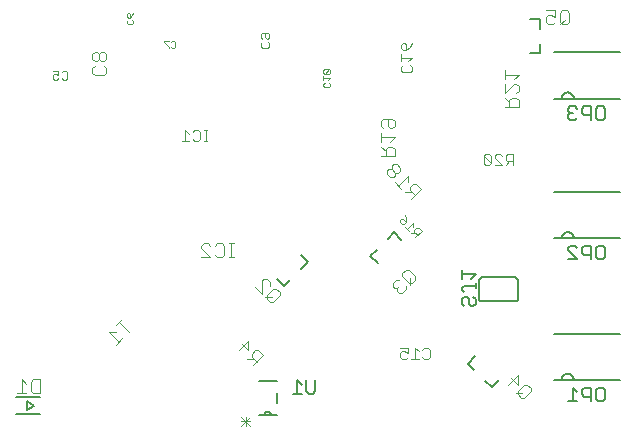
<source format=gbo>
G75*
%MOIN*%
%OFA0B0*%
%FSLAX25Y25*%
%IPPOS*%
%LPD*%
%AMOC8*
5,1,8,0,0,1.08239X$1,22.5*
%
%ADD10C,0.00600*%
%ADD11C,0.00400*%
%ADD12C,0.00200*%
%ADD13C,0.00300*%
%ADD14C,0.00500*%
D10*
X0064993Y0045399D02*
X0072867Y0045399D01*
X0070898Y0048155D02*
X0068536Y0046580D01*
X0068536Y0049730D01*
X0070898Y0048155D01*
X0072867Y0050911D02*
X0064993Y0050911D01*
X0145830Y0056355D02*
X0152030Y0056355D01*
X0152030Y0052355D02*
X0152030Y0048955D01*
X0152030Y0044955D02*
X0150130Y0044955D01*
X0147730Y0044955D01*
X0145830Y0044955D01*
X0147730Y0044955D02*
X0147732Y0045024D01*
X0147738Y0045092D01*
X0147748Y0045160D01*
X0147761Y0045227D01*
X0147779Y0045293D01*
X0147800Y0045358D01*
X0147825Y0045422D01*
X0147853Y0045484D01*
X0147885Y0045545D01*
X0147920Y0045604D01*
X0147959Y0045660D01*
X0148001Y0045715D01*
X0148046Y0045766D01*
X0148094Y0045816D01*
X0148144Y0045862D01*
X0148197Y0045905D01*
X0148253Y0045946D01*
X0148310Y0045983D01*
X0148370Y0046016D01*
X0148432Y0046047D01*
X0148495Y0046073D01*
X0148559Y0046096D01*
X0148625Y0046116D01*
X0148692Y0046131D01*
X0148759Y0046143D01*
X0148827Y0046151D01*
X0148896Y0046155D01*
X0148964Y0046155D01*
X0149033Y0046151D01*
X0149101Y0046143D01*
X0149168Y0046131D01*
X0149235Y0046116D01*
X0149301Y0046096D01*
X0149365Y0046073D01*
X0149428Y0046047D01*
X0149490Y0046016D01*
X0149550Y0045983D01*
X0149607Y0045946D01*
X0149663Y0045905D01*
X0149716Y0045862D01*
X0149766Y0045816D01*
X0149814Y0045766D01*
X0149859Y0045715D01*
X0149901Y0045660D01*
X0149940Y0045604D01*
X0149975Y0045545D01*
X0150007Y0045484D01*
X0150035Y0045422D01*
X0150060Y0045358D01*
X0150081Y0045293D01*
X0150099Y0045227D01*
X0150112Y0045160D01*
X0150122Y0045092D01*
X0150128Y0045024D01*
X0150130Y0044955D01*
X0154308Y0087982D02*
X0156437Y0090111D01*
X0154308Y0087982D02*
X0151954Y0090337D01*
X0160029Y0093703D02*
X0162228Y0095902D01*
X0159873Y0098256D01*
X0183131Y0097909D02*
X0185486Y0095554D01*
X0183131Y0097909D02*
X0185330Y0100108D01*
X0188922Y0103699D02*
X0191051Y0105828D01*
X0193406Y0103474D01*
X0219305Y0089905D02*
X0219305Y0083905D01*
X0219307Y0083845D01*
X0219312Y0083784D01*
X0219321Y0083725D01*
X0219334Y0083666D01*
X0219350Y0083607D01*
X0219370Y0083550D01*
X0219393Y0083495D01*
X0219420Y0083440D01*
X0219449Y0083388D01*
X0219482Y0083337D01*
X0219518Y0083288D01*
X0219556Y0083242D01*
X0219598Y0083198D01*
X0219642Y0083156D01*
X0219688Y0083118D01*
X0219737Y0083082D01*
X0219788Y0083049D01*
X0219840Y0083020D01*
X0219895Y0082993D01*
X0219950Y0082970D01*
X0220007Y0082950D01*
X0220066Y0082934D01*
X0220125Y0082921D01*
X0220184Y0082912D01*
X0220245Y0082907D01*
X0220305Y0082905D01*
X0231305Y0082905D01*
X0231365Y0082907D01*
X0231426Y0082912D01*
X0231485Y0082921D01*
X0231544Y0082934D01*
X0231603Y0082950D01*
X0231660Y0082970D01*
X0231715Y0082993D01*
X0231770Y0083020D01*
X0231822Y0083049D01*
X0231873Y0083082D01*
X0231922Y0083118D01*
X0231968Y0083156D01*
X0232012Y0083198D01*
X0232054Y0083242D01*
X0232092Y0083288D01*
X0232128Y0083337D01*
X0232161Y0083388D01*
X0232190Y0083440D01*
X0232217Y0083495D01*
X0232240Y0083550D01*
X0232260Y0083607D01*
X0232276Y0083666D01*
X0232289Y0083725D01*
X0232298Y0083784D01*
X0232303Y0083845D01*
X0232305Y0083905D01*
X0232305Y0089905D01*
X0232303Y0089965D01*
X0232298Y0090026D01*
X0232289Y0090085D01*
X0232276Y0090144D01*
X0232260Y0090203D01*
X0232240Y0090260D01*
X0232217Y0090315D01*
X0232190Y0090370D01*
X0232161Y0090422D01*
X0232128Y0090473D01*
X0232092Y0090522D01*
X0232054Y0090568D01*
X0232012Y0090612D01*
X0231968Y0090654D01*
X0231922Y0090692D01*
X0231873Y0090728D01*
X0231822Y0090761D01*
X0231770Y0090790D01*
X0231715Y0090817D01*
X0231660Y0090840D01*
X0231603Y0090860D01*
X0231544Y0090876D01*
X0231485Y0090889D01*
X0231426Y0090898D01*
X0231365Y0090903D01*
X0231305Y0090905D01*
X0220305Y0090905D01*
X0220245Y0090903D01*
X0220184Y0090898D01*
X0220125Y0090889D01*
X0220066Y0090876D01*
X0220007Y0090860D01*
X0219950Y0090840D01*
X0219895Y0090817D01*
X0219840Y0090790D01*
X0219788Y0090761D01*
X0219737Y0090728D01*
X0219688Y0090692D01*
X0219642Y0090654D01*
X0219598Y0090612D01*
X0219556Y0090568D01*
X0219518Y0090522D01*
X0219482Y0090473D01*
X0219449Y0090422D01*
X0219420Y0090370D01*
X0219393Y0090315D01*
X0219370Y0090260D01*
X0219350Y0090203D01*
X0219334Y0090144D01*
X0219321Y0090085D01*
X0219312Y0090026D01*
X0219307Y0089965D01*
X0219305Y0089905D01*
X0244156Y0103916D02*
X0246794Y0103916D01*
X0250908Y0103916D01*
X0266203Y0103916D01*
X0250908Y0103916D02*
X0250906Y0104006D01*
X0250900Y0104095D01*
X0250890Y0104184D01*
X0250877Y0104273D01*
X0250859Y0104361D01*
X0250838Y0104448D01*
X0250813Y0104535D01*
X0250784Y0104620D01*
X0250751Y0104703D01*
X0250715Y0104785D01*
X0250676Y0104866D01*
X0250632Y0104945D01*
X0250586Y0105021D01*
X0250536Y0105096D01*
X0250483Y0105168D01*
X0250427Y0105238D01*
X0250368Y0105306D01*
X0250306Y0105371D01*
X0250241Y0105433D01*
X0250173Y0105492D01*
X0250103Y0105548D01*
X0250031Y0105601D01*
X0249956Y0105651D01*
X0249880Y0105697D01*
X0249801Y0105741D01*
X0249720Y0105780D01*
X0249638Y0105816D01*
X0249555Y0105849D01*
X0249470Y0105878D01*
X0249383Y0105903D01*
X0249296Y0105924D01*
X0249208Y0105942D01*
X0249119Y0105955D01*
X0249030Y0105965D01*
X0248941Y0105971D01*
X0248851Y0105973D01*
X0248761Y0105971D01*
X0248672Y0105965D01*
X0248583Y0105955D01*
X0248494Y0105942D01*
X0248406Y0105924D01*
X0248319Y0105903D01*
X0248232Y0105878D01*
X0248147Y0105849D01*
X0248064Y0105816D01*
X0247982Y0105780D01*
X0247901Y0105741D01*
X0247823Y0105697D01*
X0247746Y0105651D01*
X0247671Y0105601D01*
X0247599Y0105548D01*
X0247529Y0105492D01*
X0247461Y0105433D01*
X0247396Y0105371D01*
X0247334Y0105306D01*
X0247275Y0105238D01*
X0247219Y0105168D01*
X0247166Y0105096D01*
X0247116Y0105021D01*
X0247070Y0104945D01*
X0247026Y0104866D01*
X0246987Y0104785D01*
X0246951Y0104703D01*
X0246918Y0104620D01*
X0246889Y0104535D01*
X0246864Y0104448D01*
X0246843Y0104361D01*
X0246825Y0104273D01*
X0246812Y0104184D01*
X0246802Y0104095D01*
X0246796Y0104006D01*
X0246794Y0103916D01*
X0244156Y0119270D02*
X0266203Y0119270D01*
X0266203Y0150478D02*
X0250908Y0150478D01*
X0246794Y0150478D01*
X0244156Y0150478D01*
X0246794Y0150478D02*
X0246796Y0150568D01*
X0246802Y0150657D01*
X0246812Y0150746D01*
X0246825Y0150835D01*
X0246843Y0150923D01*
X0246864Y0151010D01*
X0246889Y0151097D01*
X0246918Y0151182D01*
X0246951Y0151265D01*
X0246987Y0151347D01*
X0247026Y0151428D01*
X0247070Y0151507D01*
X0247116Y0151583D01*
X0247166Y0151658D01*
X0247219Y0151730D01*
X0247275Y0151800D01*
X0247334Y0151868D01*
X0247396Y0151933D01*
X0247461Y0151995D01*
X0247529Y0152054D01*
X0247599Y0152110D01*
X0247671Y0152163D01*
X0247746Y0152213D01*
X0247823Y0152259D01*
X0247901Y0152303D01*
X0247982Y0152342D01*
X0248064Y0152378D01*
X0248147Y0152411D01*
X0248232Y0152440D01*
X0248319Y0152465D01*
X0248406Y0152486D01*
X0248494Y0152504D01*
X0248583Y0152517D01*
X0248672Y0152527D01*
X0248761Y0152533D01*
X0248851Y0152535D01*
X0248941Y0152533D01*
X0249030Y0152527D01*
X0249119Y0152517D01*
X0249208Y0152504D01*
X0249296Y0152486D01*
X0249383Y0152465D01*
X0249470Y0152440D01*
X0249555Y0152411D01*
X0249638Y0152378D01*
X0249720Y0152342D01*
X0249801Y0152303D01*
X0249880Y0152259D01*
X0249956Y0152213D01*
X0250031Y0152163D01*
X0250103Y0152110D01*
X0250173Y0152054D01*
X0250241Y0151995D01*
X0250306Y0151933D01*
X0250368Y0151868D01*
X0250427Y0151800D01*
X0250483Y0151730D01*
X0250536Y0151658D01*
X0250586Y0151583D01*
X0250632Y0151507D01*
X0250676Y0151428D01*
X0250715Y0151347D01*
X0250751Y0151265D01*
X0250784Y0151182D01*
X0250813Y0151097D01*
X0250838Y0151010D01*
X0250859Y0150923D01*
X0250877Y0150835D01*
X0250890Y0150746D01*
X0250900Y0150657D01*
X0250906Y0150568D01*
X0250908Y0150478D01*
X0244156Y0165832D02*
X0266203Y0165832D01*
X0239655Y0165680D02*
X0239655Y0168691D01*
X0239655Y0165680D02*
X0236325Y0165680D01*
X0239655Y0173771D02*
X0239655Y0176880D01*
X0236325Y0176880D01*
X0244156Y0072082D02*
X0266203Y0072082D01*
X0266203Y0056728D02*
X0250908Y0056728D01*
X0246794Y0056728D01*
X0244156Y0056728D01*
X0246794Y0056728D02*
X0246796Y0056818D01*
X0246802Y0056907D01*
X0246812Y0056996D01*
X0246825Y0057085D01*
X0246843Y0057173D01*
X0246864Y0057260D01*
X0246889Y0057347D01*
X0246918Y0057432D01*
X0246951Y0057515D01*
X0246987Y0057597D01*
X0247026Y0057678D01*
X0247070Y0057757D01*
X0247116Y0057833D01*
X0247166Y0057908D01*
X0247219Y0057980D01*
X0247275Y0058050D01*
X0247334Y0058118D01*
X0247396Y0058183D01*
X0247461Y0058245D01*
X0247529Y0058304D01*
X0247599Y0058360D01*
X0247671Y0058413D01*
X0247746Y0058463D01*
X0247823Y0058509D01*
X0247901Y0058553D01*
X0247982Y0058592D01*
X0248064Y0058628D01*
X0248147Y0058661D01*
X0248232Y0058690D01*
X0248319Y0058715D01*
X0248406Y0058736D01*
X0248494Y0058754D01*
X0248583Y0058767D01*
X0248672Y0058777D01*
X0248761Y0058783D01*
X0248851Y0058785D01*
X0248941Y0058783D01*
X0249030Y0058777D01*
X0249119Y0058767D01*
X0249208Y0058754D01*
X0249296Y0058736D01*
X0249383Y0058715D01*
X0249470Y0058690D01*
X0249555Y0058661D01*
X0249638Y0058628D01*
X0249720Y0058592D01*
X0249801Y0058553D01*
X0249880Y0058509D01*
X0249956Y0058463D01*
X0250031Y0058413D01*
X0250103Y0058360D01*
X0250173Y0058304D01*
X0250241Y0058245D01*
X0250306Y0058183D01*
X0250368Y0058118D01*
X0250427Y0058050D01*
X0250483Y0057980D01*
X0250536Y0057908D01*
X0250586Y0057833D01*
X0250632Y0057757D01*
X0250676Y0057678D01*
X0250715Y0057597D01*
X0250751Y0057515D01*
X0250784Y0057432D01*
X0250813Y0057347D01*
X0250838Y0057260D01*
X0250859Y0057173D01*
X0250877Y0057085D01*
X0250890Y0056996D01*
X0250900Y0056907D01*
X0250906Y0056818D01*
X0250908Y0056728D01*
X0225906Y0056587D02*
X0223551Y0054232D01*
X0221352Y0056431D01*
X0217760Y0060022D02*
X0215631Y0062152D01*
X0217986Y0064506D01*
D11*
X0230000Y0057320D02*
X0232171Y0055150D01*
X0232171Y0058405D01*
X0228915Y0055150D01*
X0231628Y0052437D02*
X0233798Y0052437D01*
X0232171Y0052979D02*
X0232171Y0051894D01*
X0233256Y0050809D01*
X0234341Y0050809D01*
X0236511Y0052979D01*
X0236511Y0054065D01*
X0235426Y0055150D01*
X0234341Y0055150D01*
X0232171Y0052979D01*
X0194849Y0086839D02*
X0193764Y0085754D01*
X0192678Y0085754D01*
X0192136Y0086296D01*
X0192136Y0087381D01*
X0192678Y0087924D01*
X0192136Y0087381D02*
X0191051Y0087381D01*
X0190508Y0087924D01*
X0190508Y0089009D01*
X0191593Y0090094D01*
X0192678Y0090094D01*
X0193764Y0091179D02*
X0195934Y0089009D01*
X0197019Y0089009D01*
X0198104Y0090094D01*
X0198104Y0091179D01*
X0195934Y0093350D01*
X0194849Y0093350D01*
X0193764Y0092265D01*
X0193764Y0091179D01*
X0196476Y0090637D02*
X0196476Y0088466D01*
X0194849Y0087924D02*
X0194849Y0086839D01*
X0196732Y0117118D02*
X0199988Y0120374D01*
X0198360Y0122001D01*
X0197275Y0122001D01*
X0196190Y0120916D01*
X0196190Y0119831D01*
X0197817Y0118203D01*
X0196732Y0119289D02*
X0194562Y0119289D01*
X0193477Y0120374D02*
X0191306Y0122544D01*
X0192392Y0121459D02*
X0195647Y0124714D01*
X0195647Y0122544D01*
X0191306Y0124714D02*
X0191306Y0125800D01*
X0190221Y0126885D01*
X0189136Y0126885D01*
X0188594Y0126342D01*
X0188594Y0125257D01*
X0189679Y0124172D01*
X0190764Y0124172D01*
X0191306Y0124714D01*
X0191306Y0125800D02*
X0192392Y0125800D01*
X0192934Y0126342D01*
X0192934Y0127427D01*
X0191849Y0128512D01*
X0190764Y0128512D01*
X0190221Y0127970D01*
X0190221Y0126885D01*
X0191234Y0131418D02*
X0186630Y0131418D01*
X0188164Y0131418D02*
X0188164Y0133720D01*
X0188932Y0134488D01*
X0190466Y0134488D01*
X0191234Y0133720D01*
X0191234Y0131418D01*
X0188164Y0132953D02*
X0186630Y0134488D01*
X0186630Y0136022D02*
X0186630Y0139092D01*
X0186630Y0137557D02*
X0191234Y0137557D01*
X0189699Y0136022D01*
X0189699Y0140626D02*
X0188932Y0141394D01*
X0188932Y0143696D01*
X0190466Y0143696D02*
X0187397Y0143696D01*
X0186630Y0142928D01*
X0186630Y0141394D01*
X0187397Y0140626D01*
X0189699Y0140626D02*
X0190466Y0140626D01*
X0191234Y0141394D01*
X0191234Y0142928D01*
X0190466Y0143696D01*
X0227880Y0147668D02*
X0232484Y0147668D01*
X0232484Y0149970D01*
X0231716Y0150738D01*
X0230182Y0150738D01*
X0229414Y0149970D01*
X0229414Y0147668D01*
X0229414Y0149203D02*
X0227880Y0150738D01*
X0227880Y0152272D02*
X0230949Y0155342D01*
X0231716Y0155342D01*
X0232484Y0154574D01*
X0232484Y0153040D01*
X0231716Y0152272D01*
X0227880Y0152272D02*
X0227880Y0155342D01*
X0227880Y0156876D02*
X0227880Y0159946D01*
X0227880Y0158411D02*
X0232484Y0158411D01*
X0230949Y0156876D01*
X0242449Y0175230D02*
X0243983Y0175230D01*
X0244751Y0175998D01*
X0244751Y0177532D02*
X0243216Y0178299D01*
X0242449Y0178299D01*
X0241681Y0177532D01*
X0241681Y0175998D01*
X0242449Y0175230D01*
X0244751Y0177532D02*
X0244751Y0179834D01*
X0241681Y0179834D01*
X0246285Y0179067D02*
X0246285Y0175998D01*
X0247053Y0175230D01*
X0248587Y0175230D01*
X0249355Y0175998D01*
X0249355Y0179067D01*
X0248587Y0179834D01*
X0247053Y0179834D01*
X0246285Y0179067D01*
X0247820Y0176765D02*
X0246285Y0175230D01*
X0137480Y0102209D02*
X0135945Y0102209D01*
X0136712Y0102209D02*
X0136712Y0097605D01*
X0135945Y0097605D02*
X0137480Y0097605D01*
X0134410Y0098373D02*
X0134410Y0101442D01*
X0133643Y0102209D01*
X0132108Y0102209D01*
X0131341Y0101442D01*
X0129806Y0101442D02*
X0129039Y0102209D01*
X0127504Y0102209D01*
X0126737Y0101442D01*
X0126737Y0100674D01*
X0129806Y0097605D01*
X0126737Y0097605D01*
X0131341Y0098373D02*
X0132108Y0097605D01*
X0133643Y0097605D01*
X0134410Y0098373D01*
X0146906Y0089784D02*
X0147448Y0090327D01*
X0148534Y0090327D01*
X0149619Y0089242D01*
X0149619Y0088156D01*
X0150704Y0087071D02*
X0148533Y0084901D01*
X0148534Y0083816D01*
X0149619Y0082731D01*
X0150704Y0082731D01*
X0152874Y0084901D01*
X0152874Y0085986D01*
X0151789Y0087071D01*
X0150704Y0087071D01*
X0150161Y0084358D02*
X0147991Y0084358D01*
X0146906Y0085443D02*
X0144735Y0087614D01*
X0146906Y0089784D02*
X0146906Y0085443D01*
X0142474Y0069762D02*
X0142474Y0066507D01*
X0140304Y0068677D01*
X0139219Y0066507D02*
X0142474Y0069762D01*
X0144644Y0066507D02*
X0143559Y0065422D01*
X0143559Y0064337D01*
X0145187Y0062709D01*
X0144102Y0063794D02*
X0141931Y0063794D01*
X0144102Y0061624D02*
X0147357Y0064879D01*
X0145730Y0066507D01*
X0144644Y0066507D01*
X0102562Y0072677D02*
X0099306Y0075932D01*
X0100391Y0077017D02*
X0098221Y0074847D01*
X0098221Y0072677D02*
X0096051Y0072677D01*
X0099306Y0069421D01*
X0100391Y0070506D02*
X0098221Y0068336D01*
X0073060Y0056896D02*
X0073060Y0052292D01*
X0070758Y0052292D01*
X0069991Y0053060D01*
X0069991Y0056129D01*
X0070758Y0056896D01*
X0073060Y0056896D01*
X0068456Y0055361D02*
X0066922Y0056896D01*
X0066922Y0052292D01*
X0068456Y0052292D02*
X0065387Y0052292D01*
X0091147Y0158355D02*
X0090380Y0159123D01*
X0090380Y0160657D01*
X0091147Y0161424D01*
X0091147Y0162959D02*
X0091914Y0162959D01*
X0092682Y0163726D01*
X0092682Y0165261D01*
X0091914Y0166028D01*
X0091147Y0166028D01*
X0090380Y0165261D01*
X0090380Y0163726D01*
X0091147Y0162959D01*
X0092682Y0163726D02*
X0093449Y0162959D01*
X0094216Y0162959D01*
X0094984Y0163726D01*
X0094984Y0165261D01*
X0094216Y0166028D01*
X0093449Y0166028D01*
X0092682Y0165261D01*
X0094216Y0161424D02*
X0094984Y0160657D01*
X0094984Y0159123D01*
X0094216Y0158355D01*
X0091147Y0158355D01*
D12*
X0114385Y0169245D02*
X0115852Y0167777D01*
X0115852Y0167410D01*
X0116594Y0167777D02*
X0116961Y0167410D01*
X0117695Y0167410D01*
X0118062Y0167777D01*
X0118062Y0169245D01*
X0117695Y0169612D01*
X0116961Y0169612D01*
X0116594Y0169245D01*
X0115852Y0169612D02*
X0114385Y0169612D01*
X0114385Y0169245D01*
X0104137Y0175639D02*
X0103770Y0175272D01*
X0102302Y0175272D01*
X0101935Y0175639D01*
X0101935Y0176373D01*
X0102302Y0176740D01*
X0102302Y0177482D02*
X0101935Y0177849D01*
X0101935Y0178583D01*
X0102302Y0178950D01*
X0102669Y0178950D01*
X0103036Y0178583D01*
X0103036Y0177482D01*
X0102302Y0177482D01*
X0103036Y0177482D02*
X0103770Y0178216D01*
X0104137Y0178950D01*
X0103770Y0176740D02*
X0104137Y0176373D01*
X0104137Y0175639D01*
X0167474Y0159839D02*
X0167474Y0159105D01*
X0167841Y0158738D01*
X0169309Y0160206D01*
X0167841Y0160206D01*
X0167474Y0159839D01*
X0167841Y0158738D02*
X0169309Y0158738D01*
X0169676Y0159105D01*
X0169676Y0159839D01*
X0169309Y0160206D01*
X0167474Y0157996D02*
X0167474Y0156528D01*
X0167474Y0157262D02*
X0169676Y0157262D01*
X0168942Y0156528D01*
X0169309Y0155786D02*
X0169676Y0155419D01*
X0169676Y0154685D01*
X0169309Y0154318D01*
X0167841Y0154318D01*
X0167474Y0154685D01*
X0167474Y0155419D01*
X0167841Y0155786D01*
D13*
X0149451Y0167945D02*
X0148968Y0167461D01*
X0147033Y0167461D01*
X0146549Y0167945D01*
X0146549Y0168913D01*
X0147033Y0169396D01*
X0147033Y0170408D02*
X0146549Y0170892D01*
X0146549Y0171859D01*
X0147033Y0172343D01*
X0148968Y0172343D01*
X0149451Y0171859D01*
X0149451Y0170892D01*
X0148968Y0170408D01*
X0148484Y0170408D01*
X0148000Y0170892D01*
X0148000Y0172343D01*
X0148968Y0169396D02*
X0149451Y0168913D01*
X0149451Y0167945D01*
X0128780Y0140008D02*
X0127545Y0140008D01*
X0128162Y0140008D02*
X0128162Y0136305D01*
X0127545Y0136305D02*
X0128780Y0136305D01*
X0126324Y0136922D02*
X0126324Y0139391D01*
X0125707Y0140008D01*
X0124473Y0140008D01*
X0123855Y0139391D01*
X0122641Y0138774D02*
X0121407Y0140008D01*
X0121407Y0136305D01*
X0122641Y0136305D02*
X0120172Y0136305D01*
X0123855Y0136922D02*
X0124473Y0136305D01*
X0125707Y0136305D01*
X0126324Y0136922D01*
X0082092Y0157234D02*
X0081608Y0156750D01*
X0080640Y0156750D01*
X0080157Y0157234D01*
X0079145Y0157234D02*
X0078661Y0156750D01*
X0077694Y0156750D01*
X0077210Y0157234D01*
X0077210Y0158201D01*
X0077694Y0158685D01*
X0078178Y0158685D01*
X0079145Y0158201D01*
X0079145Y0159653D01*
X0077210Y0159653D01*
X0080157Y0159169D02*
X0080640Y0159653D01*
X0081608Y0159653D01*
X0082092Y0159169D01*
X0082092Y0157234D01*
X0193249Y0159797D02*
X0193866Y0159180D01*
X0196335Y0159180D01*
X0196952Y0159797D01*
X0196952Y0161032D01*
X0196335Y0161649D01*
X0195718Y0162863D02*
X0196952Y0164098D01*
X0193249Y0164098D01*
X0193249Y0165332D02*
X0193249Y0162863D01*
X0193866Y0161649D02*
X0193249Y0161032D01*
X0193249Y0159797D01*
X0193866Y0166546D02*
X0193249Y0167163D01*
X0193249Y0168398D01*
X0193866Y0169015D01*
X0194483Y0169015D01*
X0195100Y0168398D01*
X0195100Y0166546D01*
X0193866Y0166546D01*
X0195100Y0166546D02*
X0196335Y0167781D01*
X0196952Y0169015D01*
X0221437Y0132008D02*
X0220820Y0131391D01*
X0223288Y0128922D01*
X0222671Y0128305D01*
X0221437Y0128305D01*
X0220820Y0128922D01*
X0220820Y0131391D01*
X0221437Y0132008D02*
X0222671Y0132008D01*
X0223288Y0131391D01*
X0223288Y0128922D01*
X0224503Y0128305D02*
X0226971Y0128305D01*
X0224503Y0130774D01*
X0224503Y0131391D01*
X0225120Y0132008D01*
X0226354Y0132008D01*
X0226971Y0131391D01*
X0228186Y0131391D02*
X0228186Y0130157D01*
X0228803Y0129540D01*
X0230655Y0129540D01*
X0229420Y0129540D02*
X0228186Y0128305D01*
X0230655Y0128305D02*
X0230655Y0132008D01*
X0228803Y0132008D01*
X0228186Y0131391D01*
X0194649Y0111817D02*
X0194991Y0110790D01*
X0194991Y0109422D01*
X0193965Y0110448D01*
X0193281Y0110448D01*
X0192939Y0110106D01*
X0192939Y0109422D01*
X0193623Y0108738D01*
X0194307Y0108738D01*
X0194991Y0109422D01*
X0194680Y0107681D02*
X0196048Y0106313D01*
X0195364Y0106997D02*
X0197417Y0109049D01*
X0197417Y0107681D01*
X0198474Y0107308D02*
X0197790Y0106623D01*
X0197790Y0105939D01*
X0198816Y0104913D01*
X0198132Y0104229D02*
X0200184Y0106281D01*
X0199158Y0107308D01*
X0198474Y0107308D01*
X0198132Y0105597D02*
X0196764Y0105597D01*
X0197987Y0067428D02*
X0197987Y0063724D01*
X0196753Y0063724D02*
X0199222Y0063724D01*
X0200436Y0064342D02*
X0201053Y0063724D01*
X0202288Y0063724D01*
X0202905Y0064342D01*
X0202905Y0066810D01*
X0202288Y0067428D01*
X0201053Y0067428D01*
X0200436Y0066810D01*
X0199222Y0066193D02*
X0197987Y0067428D01*
X0195539Y0067428D02*
X0195539Y0065576D01*
X0194304Y0066193D01*
X0193687Y0066193D01*
X0193070Y0065576D01*
X0193070Y0064342D01*
X0193687Y0063724D01*
X0194921Y0063724D01*
X0195539Y0064342D01*
X0195539Y0067428D02*
X0193070Y0067428D01*
X0143116Y0044421D02*
X0139980Y0041285D01*
X0141548Y0041285D02*
X0141548Y0044421D01*
X0139980Y0044421D02*
X0143116Y0041285D01*
X0143116Y0042853D02*
X0139980Y0042853D01*
D14*
X0157173Y0052155D02*
X0160176Y0052155D01*
X0158674Y0052155D02*
X0158674Y0056659D01*
X0160176Y0055158D01*
X0161777Y0056659D02*
X0161777Y0052906D01*
X0162528Y0052155D01*
X0164029Y0052155D01*
X0164780Y0052906D01*
X0164780Y0056659D01*
X0213680Y0082031D02*
X0214430Y0081280D01*
X0213680Y0082031D02*
X0213680Y0083532D01*
X0214430Y0084283D01*
X0215181Y0084283D01*
X0215932Y0083532D01*
X0215932Y0082031D01*
X0216682Y0081280D01*
X0217433Y0081280D01*
X0218183Y0082031D01*
X0218183Y0083532D01*
X0217433Y0084283D01*
X0218183Y0087385D02*
X0218183Y0088887D01*
X0218183Y0088136D02*
X0214430Y0088136D01*
X0213680Y0087385D01*
X0213680Y0086635D01*
X0214430Y0085884D01*
X0213680Y0090488D02*
X0213680Y0093491D01*
X0213680Y0091989D02*
X0218183Y0091989D01*
X0216682Y0090488D01*
X0249031Y0096843D02*
X0252034Y0096843D01*
X0249031Y0099845D01*
X0249031Y0100596D01*
X0249782Y0101347D01*
X0251283Y0101347D01*
X0252034Y0100596D01*
X0253635Y0100596D02*
X0253635Y0099095D01*
X0254386Y0098344D01*
X0256637Y0098344D01*
X0256637Y0096843D02*
X0256637Y0101347D01*
X0254386Y0101347D01*
X0253635Y0100596D01*
X0258239Y0100596D02*
X0258239Y0097593D01*
X0258989Y0096843D01*
X0260491Y0096843D01*
X0261241Y0097593D01*
X0261241Y0100596D01*
X0260491Y0101347D01*
X0258989Y0101347D01*
X0258239Y0100596D01*
X0258989Y0143405D02*
X0258239Y0144156D01*
X0258239Y0147158D01*
X0258989Y0147909D01*
X0260491Y0147909D01*
X0261241Y0147158D01*
X0261241Y0144156D01*
X0260491Y0143405D01*
X0258989Y0143405D01*
X0256637Y0143405D02*
X0256637Y0147909D01*
X0254386Y0147909D01*
X0253635Y0147158D01*
X0253635Y0145657D01*
X0254386Y0144906D01*
X0256637Y0144906D01*
X0252034Y0144156D02*
X0251283Y0143405D01*
X0249782Y0143405D01*
X0249031Y0144156D01*
X0249031Y0144906D01*
X0249782Y0145657D01*
X0250532Y0145657D01*
X0249782Y0145657D02*
X0249031Y0146408D01*
X0249031Y0147158D01*
X0249782Y0147909D01*
X0251283Y0147909D01*
X0252034Y0147158D01*
X0250532Y0054159D02*
X0250532Y0049655D01*
X0249031Y0049655D02*
X0252034Y0049655D01*
X0253635Y0051907D02*
X0254386Y0051156D01*
X0256637Y0051156D01*
X0256637Y0049655D02*
X0256637Y0054159D01*
X0254386Y0054159D01*
X0253635Y0053408D01*
X0253635Y0051907D01*
X0252034Y0052658D02*
X0250532Y0054159D01*
X0258239Y0053408D02*
X0258239Y0050406D01*
X0258989Y0049655D01*
X0260491Y0049655D01*
X0261241Y0050406D01*
X0261241Y0053408D01*
X0260491Y0054159D01*
X0258989Y0054159D01*
X0258239Y0053408D01*
M02*

</source>
